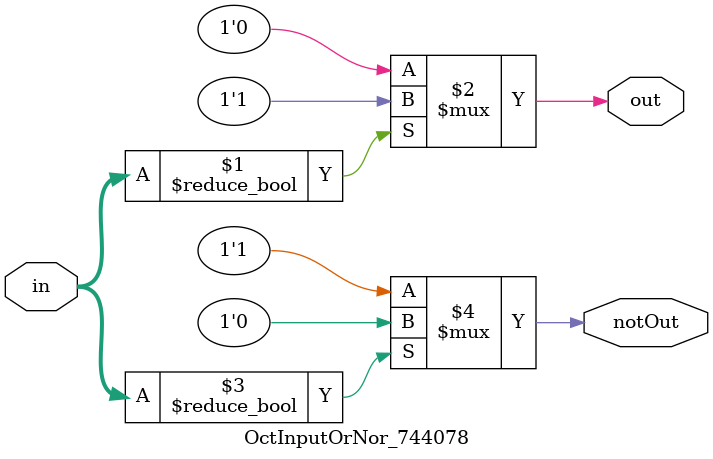
<source format=v>
`ifndef OCT_INPUT_OR_NOR_744078
`define OCT_INPUT_OR_NOR_744078

module OctInputOrNor_744078(in, out, notOut);
	input[7:0] in;
	output out, notOut;
	
	assign #33 out		= in != 8'b00000000 ? 1'b1 : 1'b0;
	assign #33 notOut	= in != 8'b00000000 ? 1'b0 : 1'b1;
endmodule

`endif


</source>
